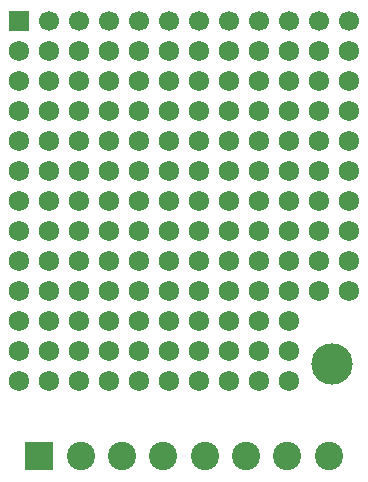
<source format=gbr>
G04 DipTrace 4.0.0.2*
G04 TopMask.gbr*
%MOIN*%
G04 #@! TF.FileFunction,Soldermask,Top*
G04 #@! TF.Part,Single*
%ADD23C,0.137795*%
%ADD27C,0.06788*%
%ADD29C,0.094494*%
%ADD31R,0.094494X0.094494*%
%ADD33C,0.066935*%
%ADD35R,0.066935X0.066935*%
%FSLAX26Y26*%
G04*
G70*
G90*
G75*
G01*
G04 TopMask*
%LPD*%
D27*
X-250000Y-100000D3*
X-150000D3*
X-50000D3*
X50000D3*
X150000D3*
X250000D3*
X350000D3*
X450000D3*
X550000D3*
Y-200000D3*
Y-300000D3*
Y-400000D3*
Y-500000D3*
Y-600000D3*
Y-700000D3*
X450000Y-200000D3*
X550000Y-800000D3*
Y-900000D3*
X450000Y-300000D3*
Y-400000D3*
Y-500000D3*
Y-600000D3*
Y-700000D3*
Y-800000D3*
Y-900000D3*
X350000Y-200000D3*
Y-300000D3*
Y-400000D3*
Y-500000D3*
Y-600000D3*
Y-700000D3*
Y-800000D3*
Y-900000D3*
X250000Y-200000D3*
Y-300000D3*
Y-400000D3*
Y-500000D3*
Y-600000D3*
Y-700000D3*
X150000Y-200000D3*
X250000Y-800000D3*
Y-900000D3*
X150000Y-300000D3*
Y-400000D3*
Y-500000D3*
Y-600000D3*
Y-700000D3*
Y-800000D3*
Y-900000D3*
X50000Y-200000D3*
Y-300000D3*
Y-400000D3*
Y-500000D3*
Y-600000D3*
Y-700000D3*
Y-800000D3*
Y-900000D3*
X-50000Y-200000D3*
Y-300000D3*
Y-400000D3*
Y-500000D3*
Y-600000D3*
Y-700000D3*
X-150000Y-200000D3*
X-50000Y-800000D3*
Y-900000D3*
X-150000Y-300000D3*
Y-400000D3*
Y-500000D3*
Y-600000D3*
Y-700000D3*
Y-800000D3*
Y-900000D3*
X-250000Y-200000D3*
Y-300000D3*
Y-400000D3*
Y-500000D3*
Y-600000D3*
Y-700000D3*
Y-800000D3*
Y-900000D3*
X-350000Y-200000D3*
Y-300000D3*
Y-400000D3*
Y-500000D3*
Y-600000D3*
Y-700000D3*
X-450000Y-200000D3*
X-350000Y-800000D3*
Y-900000D3*
X-450000Y-300000D3*
Y-400000D3*
Y-500000D3*
Y-600000D3*
Y-700000D3*
Y-800000D3*
Y-900000D3*
X-550000Y-200000D3*
Y-300000D3*
Y-400000D3*
Y-500000D3*
Y-600000D3*
Y-700000D3*
Y-800000D3*
Y-900000D3*
X-350000Y-100000D3*
X-450000D3*
X-550000D3*
X350000Y-1000000D3*
Y-1100000D3*
Y-1200000D3*
X250000Y-1000000D3*
Y-1100000D3*
Y-1200000D3*
X150000Y-1000000D3*
Y-1100000D3*
Y-1200000D3*
X50000Y-1000000D3*
Y-1100000D3*
Y-1200000D3*
X-50000Y-1000000D3*
Y-1100000D3*
Y-1200000D3*
X-150000Y-1000000D3*
Y-1100000D3*
Y-1200000D3*
X-250000Y-1000000D3*
Y-1100000D3*
Y-1200000D3*
X-350000Y-1000000D3*
Y-1100000D3*
Y-1200000D3*
X-450000Y-1000000D3*
Y-1100000D3*
Y-1200000D3*
X-550000Y-1000000D3*
Y-1100000D3*
Y-1200000D3*
D35*
X-550005Y0D3*
D33*
X-450005D3*
X-350005D3*
X-250005D3*
X-150005D3*
X-50005D3*
X49995D3*
X149995D3*
X249986D3*
X349986D3*
X449986D3*
X549986D3*
D23*
X492126Y-1141732D3*
D31*
X-481693Y-1450000D3*
D29*
X-343898D3*
X-206102D3*
X-68307D3*
X69488D3*
X207283D3*
X345079D3*
X482874D3*
M02*

</source>
